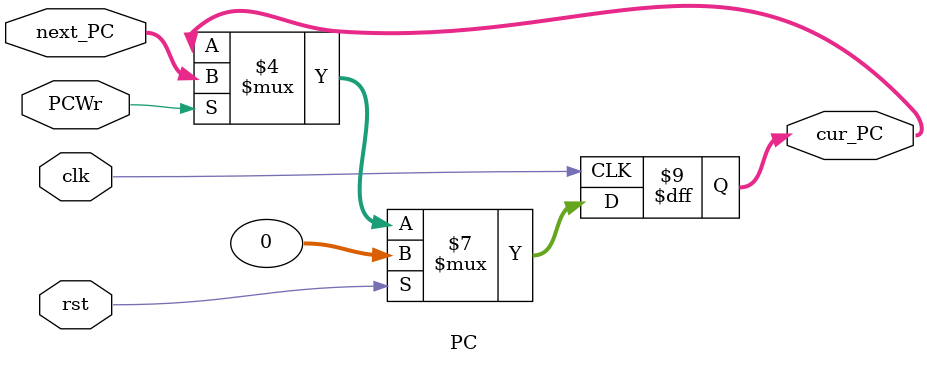
<source format=v>
`timescale 1ns / 1ps


module PC(
    input             clk,
    input             rst,
    input             PCWr,
    input      [31:0] next_PC,
    output reg [31:0] cur_PC
);
    initial begin
        cur_PC = 32'd0;
    end

    always @(negedge clk) begin
        if (rst) begin
            cur_PC <= 0;
        end
        else begin
            if (PCWr) begin
                cur_PC <= next_PC;
            end
            else begin
                cur_PC <= cur_PC;
            end
        end
    end
    
endmodule

</source>
